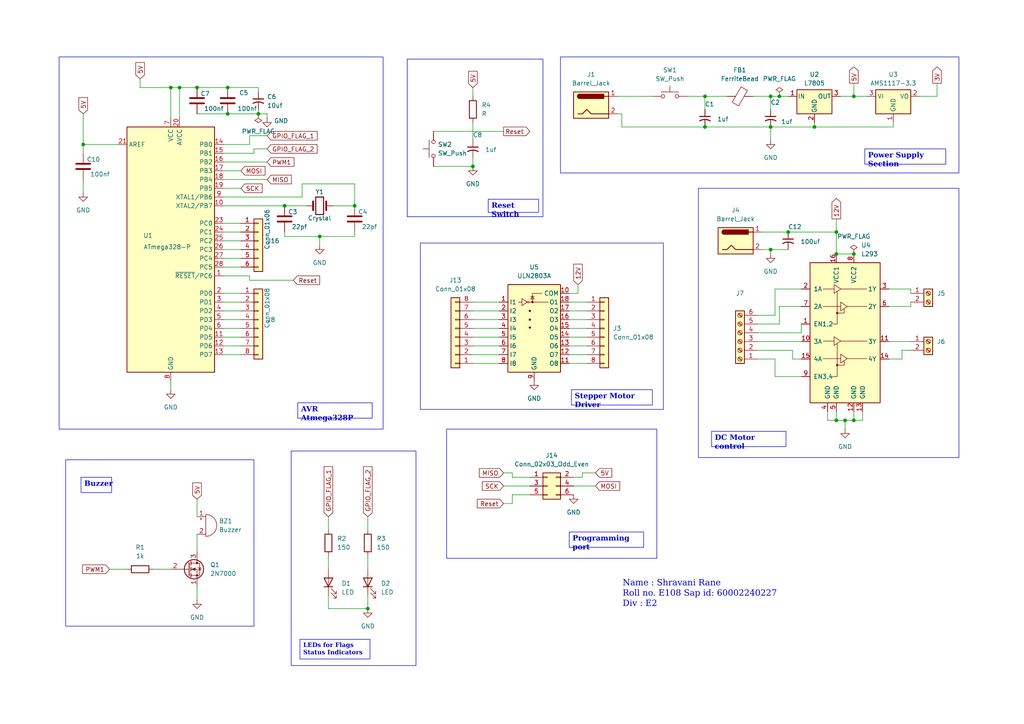
<source format=kicad_sch>
(kicad_sch (version 20250114) (generator "eeschema") (generator_version "9.0")
  (paper "A4")
  (title_block (title "Atmel AVR Atmega328 Minimum System Board") (date "2026-02-28"))
  (lib_symbols
    (symbol "Connector:Barrel_Jack" (pin_names (offset 1.016))
      (property "Reference" "J" (at 0 5.334 0))
      (property "Value" "Barrel_Jack" (at 0 -5.08 0))
      (symbol "Barrel_Jack_1_1"
        (pin passive line (at 7.62 2.54 180) (length 2.54) (name "~") (number "1"))
        (pin passive line (at 7.62 -2.54 180) (length 2.54) (name "~") (number "2"))
      )
    )
    (symbol "Connector:Screw_Terminal_01x02" (pin_names (offset 1.016) (hide yes))
      (property "Reference" "J" (at 0 2.54 0))
      (property "Value" "Screw_Terminal_01x02" (at 0 -5.08 0))
      (symbol "Screw_Terminal_01x02_1_1"
        (pin passive line (at -5.08 0 0) (length 3.81) (name "Pin_1") (number "1"))
        (pin passive line (at -5.08 -2.54 0) (length 3.81) (name "Pin_2") (number "2"))
      )
    )
    (symbol "Connector:Screw_Terminal_01x06" (pin_names (offset 1.016) (hide yes))
      (property "Reference" "J" (at 0 7.62 0))
      (property "Value" "Screw_Terminal_01x06" (at 0 -10.16 0))
      (symbol "Screw_Terminal_01x06_1_1"
        (pin passive line (at -5.08 5.08 0) (length 3.81) (name "Pin_1") (number "1"))
        (pin passive line (at -5.08 2.54 0) (length 3.81) (name "Pin_2") (number "2"))
        (pin passive line (at -5.08 0 0) (length 3.81) (name "Pin_3") (number "3"))
        (pin passive line (at -5.08 -2.54 0) (length 3.81) (name "Pin_4") (number "4"))
        (pin passive line (at -5.08 -5.08 0) (length 3.81) (name "Pin_5") (number "5"))
        (pin passive line (at -5.08 -7.62 0) (length 3.81) (name "Pin_6") (number "6"))
      )
    )
    (symbol "Connector_Generic:Conn_01x06" (pin_names (offset 1.016) (hide yes))
      (property "Reference" "J" (at 0 7.62 0))
      (property "Value" "Conn_01x06" (at 0 -10.16 0))
      (symbol "Conn_01x06_1_1"
        (pin passive line (at -5.08 5.08 0) (length 3.81) (name "Pin_1") (number "1"))
        (pin passive line (at -5.08 2.54 0) (length 3.81) (name "Pin_2") (number "2"))
        (pin passive line (at -5.08 0 0) (length 3.81) (name "Pin_3") (number "3"))
        (pin passive line (at -5.08 -2.54 0) (length 3.81) (name "Pin_4") (number "4"))
        (pin passive line (at -5.08 -5.08 0) (length 3.81) (name "Pin_5") (number "5"))
        (pin passive line (at -5.08 -7.62 0) (length 3.81) (name "Pin_6") (number "6"))
      )
    )
    (symbol "Connector_Generic:Conn_01x08" (pin_names (offset 1.016) (hide yes))
      (property "Reference" "J" (at 0 10.16 0))
      (property "Value" "Conn_01x08" (at 0 -12.7 0))
      (symbol "Conn_01x08_1_1"
        (pin passive line (at -5.08 7.62 0) (length 3.81) (name "Pin_1") (number "1"))
        (pin passive line (at -5.08 5.08 0) (length 3.81) (name "Pin_2") (number "2"))
        (pin passive line (at -5.08 2.54 0) (length 3.81) (name "Pin_3") (number "3"))
        (pin passive line (at -5.08 0 0) (length 3.81) (name "Pin_4") (number "4"))
        (pin passive line (at -5.08 -2.54 0) (length 3.81) (name "Pin_5") (number "5"))
        (pin passive line (at -5.08 -5.08 0) (length 3.81) (name "Pin_6") (number "6"))
        (pin passive line (at -5.08 -7.62 0) (length 3.81) (name "Pin_7") (number "7"))
        (pin passive line (at -5.08 -10.16 0) (length 3.81) (name "Pin_8") (number "8"))
      )
    )
    (symbol "Connector_Generic:Conn_02x03_Odd_Even" (pin_names (offset 1.016) (hide yes))
      (property "Reference" "J" (at 1.27 5.08 0))
      (property "Value" "Conn_02x03_Odd_Even" (at 1.27 -5.08 0))
      (symbol "Conn_02x03_Odd_Even_1_1"
        (pin passive line (at -5.08 2.54 0) (length 3.81) (name "Pin_1") (number "1"))
        (pin passive line (at -5.08 0 0) (length 3.81) (name "Pin_3") (number "3"))
        (pin passive line (at -5.08 -2.54 0) (length 3.81) (name "Pin_5") (number "5"))
        (pin passive line (at 7.62 2.54 180) (length 3.81) (name "Pin_2") (number "2"))
        (pin passive line (at 7.62 0 180) (length 3.81) (name "Pin_4") (number "4"))
        (pin passive line (at 7.62 -2.54 180) (length 3.81) (name "Pin_6") (number "6"))
      )
    )
    (symbol "Device:Buzzer" (pin_names (offset 0.0254) (hide yes))
      (property "Reference" "BZ" (at 3.81 1.27 0))
      (property "Value" "Buzzer" (at 3.81 -1.27 0))
      (symbol "Buzzer_1_1"
        (pin passive line (at -2.54 2.54 0) (length 2.54) (name "+") (number "1"))
        (pin passive line (at -2.54 -2.54 0) (length 2.54) (name "-") (number "2"))
      )
    )
    (symbol "Device:C" (pin_numbers (hide yes)) (pin_names (offset 0.254))
      (property "Reference" "C" (at 0.635 2.54 0))
      (property "Value" "C" (at 0.635 -2.54 0))
      (symbol "C_1_1"
        (pin passive line (at 0 3.81 270) (length 2.794) (name "~") (number "1"))
        (pin passive line (at 0 -3.81 90) (length 2.794) (name "~") (number "2"))
      )
    )
    (symbol "Device:C_Small_US" (pin_numbers (hide yes)) (pin_names (offset 0.254) (hide yes))
      (property "Reference" "C" (at 0.254 1.778 0))
      (property "Value" "C_Small_US" (at 0.254 -2.032 0))
      (symbol "C_Small_US_1_1"
        (pin passive line (at 0 2.54 270) (length 2.032) (name "~") (number "1"))
        (pin passive line (at 0 -2.54 90) (length 2.032) (name "~") (number "2"))
      )
    )
    (symbol "Device:Crystal" (pin_numbers (hide yes)) (pin_names (offset 1.016) (hide yes))
      (property "Reference" "Y" (at 0 3.81 0))
      (property "Value" "Crystal" (at 0 -3.81 0))
      (symbol "Crystal_1_1"
        (pin passive line (at -3.81 0 0) (length 1.27) (name "1") (number "1"))
        (pin passive line (at 3.81 0 180) (length 1.27) (name "2") (number "2"))
      )
    )
    (symbol "Device:FerriteBead" (pin_numbers (hide yes)) (pin_names (offset 0))
      (property "Reference" "FB" (at -3.81 0.635 90))
      (property "Value" "FerriteBead" (at 3.81 0 90))
      (symbol "FerriteBead_1_1"
        (pin passive line (at 0 3.81 270) (length 2.54) (name "~") (number "1"))
        (pin passive line (at 0 -3.81 90) (length 2.54) (name "~") (number "2"))
      )
    )
    (symbol "Device:LED" (pin_numbers (hide yes)) (pin_names (offset 1.016) (hide yes))
      (property "Reference" "D" (at 0 2.54 0))
      (property "Value" "LED" (at 0 -2.54 0))
      (symbol "LED_1_1"
        (pin passive line (at -3.81 0 0) (length 2.54) (name "K") (number "1"))
        (pin passive line (at 3.81 0 180) (length 2.54) (name "A") (number "2"))
      )
    )
    (symbol "Device:R" (pin_numbers (hide yes)) (pin_names (offset 0))
      (property "Reference" "R" (at 2.032 0 90))
      (property "Value" "R" (at 0 0 90))
      (symbol "R_1_1"
        (pin passive line (at 0 3.81 270) (length 1.27) (name "~") (number "1"))
        (pin passive line (at 0 -3.81 90) (length 1.27) (name "~") (number "2"))
      )
    )
    (symbol "Driver_Motor:L293" (pin_names (offset 1.016))
      (property "Reference" "U" (at -5.08 26.035 0))
      (property "Value" "L293" (at -5.08 24.13 0))
      (symbol "L293_1_1"
        (pin input line (at -12.7 15.24 0) (length 2.54) (name "1A") (number "2"))
        (pin input line (at -12.7 10.16 0) (length 2.54) (name "2A") (number "7"))
        (pin input line (at -12.7 5.08 0) (length 2.54) (name "EN1,2") (number "1"))
        (pin input line (at -12.7 0 0) (length 2.54) (name "3A") (number "10"))
        (pin input line (at -12.7 -5.08 0) (length 2.54) (name "4A") (number "15"))
        (pin input line (at -12.7 -10.16 0) (length 2.54) (name "EN3,4") (number "9"))
        (pin power_in line (at -5.08 -20.32 90) (length 2.54) (name "GND") (number "4"))
        (pin power_in line (at -2.54 25.4 270) (length 2.54) (name "VCC1") (number "16"))
        (pin power_in line (at -2.54 -20.32 90) (length 2.54) (name "GND") (number "5"))
        (pin power_in line (at 2.54 25.4 270) (length 2.54) (name "VCC2") (number "8"))
        (pin power_in line (at 2.54 -20.32 90) (length 2.54) (name "GND") (number "12"))
        (pin power_in line (at 5.08 -20.32 90) (length 2.54) (name "GND") (number "13"))
        (pin output line (at 12.7 15.24 180) (length 2.54) (name "1Y") (number "3"))
        (pin output line (at 12.7 10.16 180) (length 2.54) (name "2Y") (number "6"))
        (pin output line (at 12.7 0 180) (length 2.54) (name "3Y") (number "11"))
        (pin output line (at 12.7 -5.08 180) (length 2.54) (name "4Y") (number "14"))
      )
    )
    (symbol "MCU_Microchip_ATmega:ATmega328-P"
      (property "Reference" "U" (at -12.7 36.83 0))
      (property "Value" "ATmega328-P" (at 2.54 -36.83 0))
      (symbol "ATmega328-P_1_1"
        (pin passive line (at -15.24 30.48 0) (length 2.54) (name "AREF") (number "21"))
        (pin power_in line (at 0 38.1 270) (length 2.54) (name "VCC") (number "7"))
        (pin passive line (at 0 -38.1 90) (length 2.54) (hide yes) (name "GND") (number "22"))
        (pin power_in line (at 0 -38.1 90) (length 2.54) (name "GND") (number "8"))
        (pin power_in line (at 2.54 38.1 270) (length 2.54) (name "AVCC") (number "20"))
        (pin bidirectional line (at 15.24 30.48 180) (length 2.54) (name "PB0") (number "14"))
        (pin bidirectional line (at 15.24 27.94 180) (length 2.54) (name "PB1") (number "15"))
        (pin bidirectional line (at 15.24 25.4 180) (length 2.54) (name "PB2") (number "16"))
        (pin bidirectional line (at 15.24 22.86 180) (length 2.54) (name "PB3") (number "17"))
        (pin bidirectional line (at 15.24 20.32 180) (length 2.54) (name "PB4") (number "18"))
        (pin bidirectional line (at 15.24 17.78 180) (length 2.54) (name "PB5") (number "19"))
        (pin bidirectional line (at 15.24 15.24 180) (length 2.54) (name "XTAL1/PB6") (number "9"))
        (pin bidirectional line (at 15.24 12.7 180) (length 2.54) (name "XTAL2/PB7") (number "10"))
        (pin bidirectional line (at 15.24 7.62 180) (length 2.54) (name "PC0") (number "23"))
        (pin bidirectional line (at 15.24 5.08 180) (length 2.54) (name "PC1") (number "24"))
        (pin bidirectional line (at 15.24 2.54 180) (length 2.54) (name "PC2") (number "25"))
        (pin bidirectional line (at 15.24 0 180) (length 2.54) (name "PC3") (number "26"))
        (pin bidirectional line (at 15.24 -2.54 180) (length 2.54) (name "PC4") (number "27"))
        (pin bidirectional line (at 15.24 -5.08 180) (length 2.54) (name "PC5") (number "28"))
        (pin bidirectional line (at 15.24 -7.62 180) (length 2.54) (name "~{RESET}/PC6") (number "1"))
        (pin bidirectional line (at 15.24 -12.7 180) (length 2.54) (name "PD0") (number "2"))
        (pin bidirectional line (at 15.24 -15.24 180) (length 2.54) (name "PD1") (number "3"))
        (pin bidirectional line (at 15.24 -17.78 180) (length 2.54) (name "PD2") (number "4"))
        (pin bidirectional line (at 15.24 -20.32 180) (length 2.54) (name "PD3") (number "5"))
        (pin bidirectional line (at 15.24 -22.86 180) (length 2.54) (name "PD4") (number "6"))
        (pin bidirectional line (at 15.24 -25.4 180) (length 2.54) (name "PD5") (number "11"))
        (pin bidirectional line (at 15.24 -27.94 180) (length 2.54) (name "PD6") (number "12"))
        (pin bidirectional line (at 15.24 -30.48 180) (length 2.54) (name "PD7") (number "13"))
      )
    )
    (symbol "Regulator_Linear:AMS1117-3.3"
      (property "Reference" "U" (at -3.81 3.175 0))
      (property "Value" "AMS1117-3.3" (at 0 3.175 0))
      (symbol "AMS1117-3.3_1_1"
        (pin power_in line (at -7.62 0 0) (length 2.54) (name "VI") (number "3"))
        (pin power_in line (at 0 -7.62 90) (length 2.54) (name "GND") (number "1"))
        (pin power_out line (at 7.62 0 180) (length 2.54) (name "VO") (number "2"))
      )
    )
    (symbol "Regulator_Linear:L7805" (pin_names (offset 0.254))
      (property "Reference" "U" (at -3.81 3.175 0))
      (property "Value" "L7805" (at 0 3.175 0))
      (symbol "L7805_1_1"
        (pin power_in line (at -7.62 0 0) (length 2.54) (name "IN") (number "1"))
        (pin power_in line (at 0 -7.62 90) (length 2.54) (name "GND") (number "2"))
        (pin power_out line (at 7.62 0 180) (length 2.54) (name "OUT") (number "3"))
      )
    )
    (symbol "Switch:SW_Push" (pin_numbers (hide yes)) (pin_names (offset 1.016) (hide yes))
      (property "Reference" "SW" (at 1.27 2.54 0))
      (property "Value" "SW_Push" (at 0 -1.524 0))
      (symbol "SW_Push_0_1"
        (pin passive line (at -5.08 0 0) (length 2.54) (name "1") (number "1"))
        (pin passive line (at 5.08 0 180) (length 2.54) (name "2") (number "2"))
      )
    )
    (symbol "Transistor_Array:ULN2803A"
      (property "Reference" "U" (at 0 13.335 0))
      (property "Value" "ULN2803A" (at 0 11.43 0))
      (symbol "ULN2803A_1_1"
        (pin input line (at -10.16 5.08 0) (length 2.54) (name "I1") (number "1"))
        (pin input line (at -10.16 2.54 0) (length 2.54) (name "I2") (number "2"))
        (pin input line (at -10.16 0 0) (length 2.54) (name "I3") (number "3"))
        (pin input line (at -10.16 -2.54 0) (length 2.54) (name "I4") (number "4"))
        (pin input line (at -10.16 -5.08 0) (length 2.54) (name "I5") (number "5"))
        (pin input line (at -10.16 -7.62 0) (length 2.54) (name "I6") (number "6"))
        (pin input line (at -10.16 -10.16 0) (length 2.54) (name "I7") (number "7"))
        (pin input line (at -10.16 -12.7 0) (length 2.54) (name "I8") (number "8"))
        (pin power_in line (at 0 -17.78 90) (length 2.54) (name "GND") (number "9"))
        (pin passive line (at 10.16 7.62 180) (length 2.54) (name "COM") (number "10"))
        (pin open_collector line (at 10.16 5.08 180) (length 2.54) (name "O1") (number "18"))
        (pin open_collector line (at 10.16 2.54 180) (length 2.54) (name "O2") (number "17"))
        (pin open_collector line (at 10.16 0 180) (length 2.54) (name "O3") (number "16"))
        (pin open_collector line (at 10.16 -2.54 180) (length 2.54) (name "O4") (number "15"))
        (pin open_collector line (at 10.16 -5.08 180) (length 2.54) (name "O5") (number "14"))
        (pin open_collector line (at 10.16 -7.62 180) (length 2.54) (name "O6") (number "13"))
        (pin open_collector line (at 10.16 -10.16 180) (length 2.54) (name "O7") (number "12"))
        (pin open_collector line (at 10.16 -12.7 180) (length 2.54) (name "O8") (number "11"))
      )
    )
    (symbol "Transistor_FET:2N7000" (pin_names (hide yes))
      (property "Reference" "Q" (at 5.08 1.905 0))
      (property "Value" "2N7000" (at 5.08 0 0))
      (symbol "2N7000_1_1"
        (pin input line (at -5.08 0 0) (length 2.54) (name "G") (number "2"))
        (pin passive line (at 2.54 5.08 270) (length 2.54) (name "D") (number "3"))
        (pin passive line (at 2.54 -5.08 90) (length 2.54) (name "S") (number "1"))
      )
    )
    (symbol "power:GND" (power) (pin_numbers (hide yes)) (pin_names (offset 0) (hide yes))
      (property "Value" "GND" (at 0 -3.81 0))
      (symbol "GND_1_1"
        (pin power_in line (at 0 0 270) (length 0) (name "~") (number "1"))
      )
    )
    (symbol "power:PWR_FLAG" (power) (pin_numbers (hide yes)) (pin_names (offset 0) (hide yes))
      (property "Value" "PWR_FLAG" (at 0 3.81 0))
      (symbol "PWR_FLAG_0_0"
        (pin power_out line (at 0 0 90) (length 0) (name "~") (number "1"))
      )
    )
  )
  (rectangle (start 118.11 17.145) (end 157.48 62.865))
  (rectangle (start 19.05 133.35) (end 73.66 181.61))
  (rectangle (start 162.56 16.51) (end 278.13 50.165))
  (rectangle (start 129.54 124.46) (end 190.5 161.925))
  (rectangle (start 202.565 54.61) (end 278.13 132.715))
  (rectangle (start 17.145 16.51) (end 111.125 124.46))
  (rectangle (start 121.92 70.485) (end 192.405 118.745))
  (rectangle (start 84.455 130.81) (end 120.65 193.04))
  (text "Name : Shravani Rane\nRoll no. E108 Sap id: 60002240227\nDiv : E2\n" (at 180.594 172.72 0) (effects (font (size 1.778 1.778)) (justify left)))
  (text_box "Buzzer" (at 23.495 138.43 0) (size 8.89 4.445) (margins 0.9525 0.9525 0.9525 0.9525) (effects (font (size 1.524 1.524) (bold yes)) (justify left top)))
  (text_box "Programming port" (at 165.1 154.305 0) (size 21.59 4.445) (margins 0.9525 0.9525 0.9525 0.9525) (effects (font (size 1.524 1.524) (bold yes)) (justify left top)))
  (text_box "DC Motor control" (at 206.375 125.095 0) (size 21.59 4.445) (margins 0.9525 0.9525 0.9525 0.9525) (effects (font (size 1.524 1.524) (bold yes)) (justify left top)))
  (text_box "AVR Atmega328P\n" (at 86.36 116.84 0) (size 21.59 4.445) (margins 0.9525 0.9525 0.9525 0.9525) (effects (font (size 1.524 1.524) (bold yes)) (justify left top)))
  (text_box "Power Supply Section" (at 250.825 43.18 0) (size 23.495 4.445) (margins 0.9525 0.9525 0.9525 0.9525) (effects (font (size 1.524 1.524) (bold yes)) (justify left top)))
  (text_box "LEDs for Flags\nStatus Indicators\n" (at 86.995 185.42 0) (size 20.32 5.715) (margins 0.9525 0.9525 0.9525 0.9525) (effects (font (size 1.27 1.27) (thickness 0.254) (bold yes)) (justify left top)))
  (text_box "Reset Switch" (at 141.605 57.785 0) (size 14.605 3.81) (margins 0.9525 0.9525 0.9525 0.9525) (effects (font (size 1.524 1.524) (bold yes)) (justify left top)))
  (text_box "Stepper Motor Driver\n" (at 165.735 113.03 0) (size 23.495 4.445) (margins 0.9525 0.9525 0.9525 0.9525) (effects (font (size 1.524 1.524) (bold yes)) (justify left top)))
  (junction (at 57.15 25.4))
  (junction (at 92.71 68.58))
  (junction (at 204.47 27.94))
  (junction (at 74.93 33.02))
  (junction (at 137.16 48.26))
  (junction (at 236.22 36.83))
  (junction (at 223.52 27.94))
  (junction (at 223.52 72.39))
  (junction (at 102.87 59.69))
  (junction (at 106.68 176.53))
  (junction (at 223.52 36.83))
  (junction (at 82.55 59.69))
  (junction (at 52.07 25.4))
  (junction (at 49.53 25.4))
  (junction (at 242.57 73.66))
  (junction (at 247.65 73.66))
  (junction (at 245.11 121.92))
  (junction (at 242.57 121.92))
  (junction (at 247.65 27.94))
  (junction (at 204.47 36.83))
  (junction (at 242.57 67.31))
  (junction (at 228.6 67.31))
  (junction (at 226.06 27.94))
  (junction (at 247.65 121.92))
  (junction (at 66.04 25.4))
  (junction (at 24.13 41.91))
  (junction (at 66.04 33.02))
  (wire (pts (xy 64.77 95.25) (xy 69.85 95.25)))
  (wire (pts (xy 106.68 176.53) (xy 106.68 172.72)))
  (wire (pts (xy 180.34 33.02) (xy 180.34 36.83)))
  (wire (pts (xy 219.71 99.06) (xy 232.41 99.06)))
  (wire (pts (xy 73.66 44.45) (xy 73.66 43.18)))
  (wire (pts (xy 223.52 36.83) (xy 236.22 36.83)))
  (wire (pts (xy 74.93 33.02) (xy 77.47 33.02)))
  (wire (pts (xy 257.81 88.9) (xy 264.16 88.9)))
  (wire (pts (xy 146.05 137.16) (xy 148.59 137.16)))
  (wire (pts (xy 242.57 63.5) (xy 242.57 67.31)))
  (wire (pts (xy 64.77 74.93) (xy 69.85 74.93)))
  (wire (pts (xy 73.66 43.18) (xy 77.47 43.18)))
  (wire (pts (xy 242.57 73.66) (xy 247.65 73.66)))
  (wire (pts (xy 240.03 119.38) (xy 240.03 121.92)))
  (wire (pts (xy 137.16 87.63) (xy 144.78 87.63)))
  (wire (pts (xy 57.15 144.78) (xy 57.15 149.86)))
  (wire (pts (xy 57.15 170.18) (xy 57.15 173.99)))
  (wire (pts (xy 240.03 121.92) (xy 242.57 121.92)))
  (wire (pts (xy 219.71 93.98) (xy 226.06 93.98)))
  (wire (pts (xy 74.93 25.4) (xy 66.04 25.4)))
  (wire (pts (xy 247.65 27.94) (xy 251.46 27.94)))
  (wire (pts (xy 180.34 36.83) (xy 204.47 36.83)))
  (wire (pts (xy 64.77 92.71) (xy 69.85 92.71)))
  (wire (pts (xy 204.47 27.94) (xy 210.82 27.94)))
  (wire (pts (xy 247.65 119.38) (xy 247.65 121.92)))
  (wire (pts (xy 64.77 80.01) (xy 72.39 80.01)))
  (wire (pts (xy 223.52 72.39) (xy 228.6 72.39)))
  (wire (pts (xy 74.93 31.75) (xy 74.93 33.02)))
  (wire (pts (xy 148.59 146.05) (xy 148.59 143.51)))
  (wire (pts (xy 64.77 52.07) (xy 77.47 52.07)))
  (wire (pts (xy 106.68 149.86) (xy 106.68 153.67)))
  (wire (pts (xy 165.1 95.25) (xy 170.18 95.25)))
  (wire (pts (xy 218.44 27.94) (xy 223.52 27.94)))
  (wire (pts (xy 229.87 101.6) (xy 229.87 104.14)))
  (wire (pts (xy 146.05 140.97) (xy 153.67 140.97)))
  (wire (pts (xy 271.78 27.94) (xy 266.7 27.94)))
  (wire (pts (xy 204.47 27.94) (xy 204.47 31.75)))
  (wire (pts (xy 24.13 52.07) (xy 24.13 55.88)))
  (wire (pts (xy 137.16 90.17) (xy 144.78 90.17)))
  (wire (pts (xy 236.22 36.83) (xy 259.08 36.83)))
  (wire (pts (xy 232.41 96.52) (xy 219.71 96.52)))
  (wire (pts (xy 148.59 138.43) (xy 153.67 138.43)))
  (wire (pts (xy 95.25 161.29) (xy 95.25 165.1)))
  (wire (pts (xy 204.47 36.83) (xy 223.52 36.83)))
  (wire (pts (xy 236.22 35.56) (xy 236.22 36.83)))
  (wire (pts (xy 165.1 105.41) (xy 170.18 105.41)))
  (wire (pts (xy 137.16 105.41) (xy 144.78 105.41)))
  (wire (pts (xy 165.1 100.33) (xy 170.18 100.33)))
  (wire (pts (xy 64.77 85.09) (xy 69.85 85.09)))
  (wire (pts (xy 44.45 165.1) (xy 49.53 165.1)))
  (wire (pts (xy 224.79 91.44) (xy 224.79 83.82)))
  (wire (pts (xy 125.73 38.1) (xy 146.05 38.1)))
  (wire (pts (xy 57.15 33.02) (xy 66.04 33.02)))
  (wire (pts (xy 226.06 93.98) (xy 226.06 88.9)))
  (wire (pts (xy 64.77 46.99) (xy 77.47 46.99)))
  (wire (pts (xy 219.71 104.14) (xy 224.79 104.14)))
  (wire (pts (xy 271.78 24.13) (xy 271.78 27.94)))
  (wire (pts (xy 224.79 109.22) (xy 232.41 109.22)))
  (wire (pts (xy 77.47 33.02) (xy 77.47 34.29)))
  (wire (pts (xy 165.1 92.71) (xy 170.18 92.71)))
  (wire (pts (xy 72.39 81.28) (xy 85.09 81.28)))
  (wire (pts (xy 250.19 121.92) (xy 247.65 121.92)))
  (wire (pts (xy 49.53 25.4) (xy 49.53 34.29)))
  (wire (pts (xy 137.16 48.26) (xy 137.16 45.72)))
  (wire (pts (xy 148.59 143.51) (xy 153.67 143.51)))
  (wire (pts (xy 72.39 80.01) (xy 72.39 81.28)))
  (wire (pts (xy 264.16 88.9) (xy 264.16 87.63)))
  (wire (pts (xy 64.77 57.15) (xy 87.63 57.15)))
  (wire (pts (xy 52.07 25.4) (xy 49.53 25.4)))
  (wire (pts (xy 220.98 72.39) (xy 223.52 72.39)))
  (wire (pts (xy 228.6 67.31) (xy 242.57 67.31)))
  (wire (pts (xy 72.39 41.91) (xy 72.39 39.37)))
  (wire (pts (xy 165.1 87.63) (xy 170.18 87.63)))
  (wire (pts (xy 179.07 33.02) (xy 180.34 33.02)))
  (wire (pts (xy 148.59 137.16) (xy 148.59 138.43)))
  (wire (pts (xy 95.25 149.86) (xy 95.25 153.67)))
  (wire (pts (xy 137.16 102.87) (xy 144.78 102.87)))
  (wire (pts (xy 64.77 87.63) (xy 69.85 87.63)))
  (wire (pts (xy 224.79 104.14) (xy 224.79 109.22)))
  (wire (pts (xy 223.52 72.39) (xy 223.52 73.66)))
  (wire (pts (xy 64.77 54.61) (xy 69.85 54.61)))
  (wire (pts (xy 92.71 68.58) (xy 102.87 68.58)))
  (wire (pts (xy 64.77 49.53) (xy 69.85 49.53)))
  (wire (pts (xy 64.77 41.91) (xy 72.39 41.91)))
  (wire (pts (xy 57.15 154.94) (xy 57.15 160.02)))
  (wire (pts (xy 64.77 67.31) (xy 69.85 67.31)))
  (wire (pts (xy 137.16 97.79) (xy 144.78 97.79)))
  (wire (pts (xy 223.52 27.94) (xy 223.52 31.75)))
  (wire (pts (xy 34.29 41.91) (xy 24.13 41.91)))
  (wire (pts (xy 137.16 95.25) (xy 144.78 95.25)))
  (wire (pts (xy 64.77 69.85) (xy 69.85 69.85)))
  (wire (pts (xy 243.84 27.94) (xy 247.65 27.94)))
  (wire (pts (xy 219.71 91.44) (xy 224.79 91.44)))
  (wire (pts (xy 247.65 121.92) (xy 245.11 121.92)))
  (wire (pts (xy 52.07 25.4) (xy 52.07 34.29)))
  (wire (pts (xy 247.65 24.13) (xy 247.65 27.94)))
  (wire (pts (xy 257.81 83.82) (xy 264.16 83.82)))
  (wire (pts (xy 102.87 53.34) (xy 102.87 59.69)))
  (wire (pts (xy 165.1 90.17) (xy 170.18 90.17)))
  (wire (pts (xy 223.52 36.83) (xy 223.52 40.64)))
  (wire (pts (xy 232.41 93.98) (xy 232.41 96.52)))
  (wire (pts (xy 137.16 100.33) (xy 144.78 100.33)))
  (wire (pts (xy 137.16 35.56) (xy 137.16 40.64)))
  (wire (pts (xy 102.87 68.58) (xy 102.87 67.31)))
  (wire (pts (xy 64.77 77.47) (xy 69.85 77.47)))
  (wire (pts (xy 95.25 172.72) (xy 95.25 176.53)))
  (wire (pts (xy 242.57 67.31) (xy 242.57 73.66)))
  (wire (pts (xy 82.55 68.58) (xy 92.71 68.58)))
  (wire (pts (xy 242.57 121.92) (xy 242.57 119.38)))
  (wire (pts (xy 165.1 102.87) (xy 170.18 102.87)))
  (wire (pts (xy 64.77 102.87) (xy 69.85 102.87)))
  (wire (pts (xy 74.93 26.67) (xy 74.93 25.4)))
  (wire (pts (xy 74.93 33.02) (xy 66.04 33.02)))
  (wire (pts (xy 82.55 59.69) (xy 88.9 59.69)))
  (wire (pts (xy 137.16 25.4) (xy 137.16 27.94)))
  (wire (pts (xy 229.87 104.14) (xy 232.41 104.14)))
  (wire (pts (xy 245.11 121.92) (xy 245.11 124.46)))
  (wire (pts (xy 224.79 83.82) (xy 232.41 83.82)))
  (wire (pts (xy 166.37 138.43) (xy 168.91 138.43)))
  (wire (pts (xy 72.39 39.37) (xy 77.47 39.37)))
  (wire (pts (xy 82.55 67.31) (xy 82.55 68.58)))
  (wire (pts (xy 106.68 161.29) (xy 106.68 165.1)))
  (wire (pts (xy 264.16 83.82) (xy 264.16 85.09)))
  (wire (pts (xy 226.06 88.9) (xy 232.41 88.9)))
  (wire (pts (xy 165.1 85.09) (xy 167.64 85.09)))
  (wire (pts (xy 96.52 59.69) (xy 102.87 59.69)))
  (wire (pts (xy 167.64 85.09) (xy 167.64 82.55)))
  (wire (pts (xy 64.77 64.77) (xy 69.85 64.77)))
  (wire (pts (xy 87.63 57.15) (xy 87.63 53.34)))
  (wire (pts (xy 223.52 27.94) (xy 226.06 27.94)))
  (wire (pts (xy 95.25 176.53) (xy 106.68 176.53)))
  (wire (pts (xy 57.15 25.4) (xy 66.04 25.4)))
  (wire (pts (xy 64.77 97.79) (xy 69.85 97.79)))
  (wire (pts (xy 40.64 25.4) (xy 49.53 25.4)))
  (wire (pts (xy 166.37 140.97) (xy 172.72 140.97)))
  (wire (pts (xy 64.77 44.45) (xy 73.66 44.45)))
  (wire (pts (xy 92.71 68.58) (xy 92.71 71.12)))
  (wire (pts (xy 259.08 35.56) (xy 259.08 36.83)))
  (wire (pts (xy 40.64 22.86) (xy 40.64 25.4)))
  (wire (pts (xy 137.16 92.71) (xy 144.78 92.71)))
  (wire (pts (xy 220.98 67.31) (xy 228.6 67.31)))
  (wire (pts (xy 261.62 104.14) (xy 257.81 104.14)))
  (wire (pts (xy 64.77 100.33) (xy 69.85 100.33)))
  (wire (pts (xy 165.1 97.79) (xy 170.18 97.79)))
  (wire (pts (xy 125.73 48.26) (xy 137.16 48.26)))
  (wire (pts (xy 199.39 27.94) (xy 204.47 27.94)))
  (wire (pts (xy 226.06 27.94) (xy 228.6 27.94)))
  (wire (pts (xy 179.07 27.94) (xy 189.23 27.94)))
  (wire (pts (xy 31.75 165.1) (xy 36.83 165.1)))
  (wire (pts (xy 168.91 138.43) (xy 168.91 137.16)))
  (wire (pts (xy 64.77 90.17) (xy 69.85 90.17)))
  (wire (pts (xy 24.13 41.91) (xy 24.13 44.45)))
  (wire (pts (xy 168.91 137.16) (xy 172.72 137.16)))
  (wire (pts (xy 264.16 101.6) (xy 261.62 101.6)))
  (wire (pts (xy 24.13 33.02) (xy 24.13 41.91)))
  (wire (pts (xy 64.77 72.39) (xy 69.85 72.39)))
  (wire (pts (xy 49.53 110.49) (xy 49.53 113.03)))
  (wire (pts (xy 146.05 146.05) (xy 148.59 146.05)))
  (wire (pts (xy 52.07 25.4) (xy 57.15 25.4)))
  (wire (pts (xy 87.63 53.34) (xy 102.87 53.34)))
  (wire (pts (xy 64.77 59.69) (xy 82.55 59.69)))
  (wire (pts (xy 257.81 99.06) (xy 264.16 99.06)))
  (wire (pts (xy 250.19 119.38) (xy 250.19 121.92)))
  (wire (pts (xy 219.71 101.6) (xy 229.87 101.6)))
  (wire (pts (xy 261.62 101.6) (xy 261.62 104.14)))
  (wire (pts (xy 245.11 121.92) (xy 242.57 121.92)))
  (global_label "5V" (shape input) (at 57.15 144.78 90) (property "Intersheetrefs" "${INTERSHEET_REFS}" (effects (hide yes))))
  (global_label "PWM1" (shape input) (at 31.75 165.1 180) (property "Intersheetrefs" "${INTERSHEET_REFS}" (effects (hide yes))))
  (global_label "5V" (shape input) (at 24.13 33.02 90) (property "Intersheetrefs" "${INTERSHEET_REFS}" (effects (hide yes))))
  (global_label "GPIO_FLAG_1" (shape input) (at 95.25 149.86 90) (property "Intersheetrefs" "${INTERSHEET_REFS}" (effects (hide yes))))
  (global_label "MISO" (shape input) (at 146.05 137.16 180) (property "Intersheetrefs" "${INTERSHEET_REFS}" (effects (hide yes))))
  (global_label "GPIO_FLAG_1" (shape input) (at 77.47 39.37 0) (property "Intersheetrefs" "${INTERSHEET_REFS}" (effects (hide yes))))
  (global_label "5V" (shape input) (at 172.72 137.16 0) (property "Intersheetrefs" "${INTERSHEET_REFS}" (effects (hide yes))))
  (global_label "Reset" (shape input) (at 85.09 81.28 0) (property "Intersheetrefs" "${INTERSHEET_REFS}" (effects (hide yes))))
  (global_label "5V" (shape input) (at 40.64 22.86 90) (property "Intersheetrefs" "${INTERSHEET_REFS}" (effects (hide yes))))
  (global_label "MISO" (shape input) (at 77.47 52.07 0) (property "Intersheetrefs" "${INTERSHEET_REFS}" (effects (hide yes))))
  (global_label "12V" (shape output) (at 242.57 63.5 90) (property "Intersheetrefs" "${INTERSHEET_REFS}" (effects (hide yes))))
  (global_label "GPIO_FLAG_2" (shape input) (at 77.47 43.18 0) (property "Intersheetrefs" "${INTERSHEET_REFS}" (effects (hide yes))))
  (global_label "Reset" (shape input) (at 146.05 146.05 180) (property "Intersheetrefs" "${INTERSHEET_REFS}" (effects (hide yes))))
  (global_label "SCK" (shape input) (at 69.85 54.61 0) (property "Intersheetrefs" "${INTERSHEET_REFS}" (effects (hide yes))))
  (global_label "GPIO_FLAG_2" (shape input) (at 106.68 149.86 90) (property "Intersheetrefs" "${INTERSHEET_REFS}" (effects (hide yes))))
  (global_label "SCK" (shape input) (at 146.05 140.97 180) (property "Intersheetrefs" "${INTERSHEET_REFS}" (effects (hide yes))))
  (global_label "Reset" (shape output) (at 146.05 38.1 0) (property "Intersheetrefs" "${INTERSHEET_REFS}" (effects (hide yes))))
  (global_label "3V" (shape output) (at 271.78 24.13 90) (property "Intersheetrefs" "${INTERSHEET_REFS}" (effects (hide yes))))
  (global_label "MOSI" (shape input) (at 69.85 49.53 0) (property "Intersheetrefs" "${INTERSHEET_REFS}" (effects (hide yes))))
  (global_label "5V" (shape input) (at 137.16 25.4 90) (property "Intersheetrefs" "${INTERSHEET_REFS}" (effects (hide yes))))
  (global_label "12V" (shape input) (at 167.64 82.55 90) (property "Intersheetrefs" "${INTERSHEET_REFS}" (effects (hide yes))))
  (global_label "5V" (shape output) (at 247.65 24.13 90) (property "Intersheetrefs" "${INTERSHEET_REFS}" (effects (hide yes))))
  (global_label "PWM1" (shape input) (at 77.47 46.99 0) (property "Intersheetrefs" "${INTERSHEET_REFS}" (effects (hide yes))))
  (global_label "MOSI" (shape input) (at 172.72 140.97 0) (property "Intersheetrefs" "${INTERSHEET_REFS}" (effects (hide yes))))
  (symbol (lib_id "Connector_Generic:Conn_01x08") (at 175.26 95.25 0) (unit 1)
    (property "Reference" "J3" (at 177.8 95.2499 0) (effects (justify left)))
    (property "Value" "Conn_01x08" (at 177.8 97.7899 0) (effects (justify left)))
    (property "Footprint" "Connector_PinHeader_2.54mm:PinHeader_1x08_P2.54mm_Vertical" (effects (hide yes)))
    (property "Description" "Generic connector, single row, 01x08, script generated (kicad-library-utils/schlib/autogen/connector/)" (effects (hide yes)))
  )
  (symbol (lib_id "Device:R") (at 40.64 165.1 90) (unit 1)
    (property "Reference" "R1" (at 40.64 158.75 90))
    (property "Value" "1k" (at 40.64 161.29 90))
    (property "Footprint" "Resistor_SMD:R_0805_2012Metric" (effects (hide yes)))
    (property "Description" "Resistor" (effects (hide yes)))
  )
  (symbol (lib_id "Device:LED") (at 95.25 168.91 90) (unit 1)
    (property "Reference" "D1" (at 99.06 169.2274 90) (effects (justify right)))
    (property "Value" "LED" (at 99.06 171.7674 90) (effects (justify right)))
    (property "Footprint" "LED_THT:LED_D3.0mm_Clear" (effects (hide yes)))
    (property "Description" "Light emitting diode" (effects (hide yes)))
    (property "Sim.Pins" "1=K 2=A" (effects (hide yes)))
  )
  (symbol (lib_id "Connector:Barrel_Jack") (at 213.36 69.85 0) (unit 1)
    (property "Reference" "J4" (at 213.36 60.96 0))
    (property "Value" "Barrel_Jack" (at 213.36 63.5 0))
    (property "Footprint" "Connector_BarrelJack:BarrelJack_Horizontal" (effects (hide yes)))
    (property "Description" "DC Barrel Jack" (effects (hide yes)))
  )
  (symbol (lib_id "power:GND") (at 166.37 143.51 0) (unit 1)
    (property "Reference" "#PWR07" (effects (hide yes)))
    (property "Value" "GND" (at 166.37 148.59 0))
    (property "Description" "Power symbol creates a global label with name \"GND\" , ground" (effects (hide yes)))
  )
  (symbol (lib_id "Connector_Generic:Conn_01x08") (at 132.08 97.79 180) (unit 1)
    (property "Reference" "J13" (at 132.08 81.28 0))
    (property "Value" "Conn_01x08" (at 132.08 83.82 0))
    (property "Footprint" "Connector_PinHeader_2.54mm:PinHeader_1x08_P2.54mm_Vertical" (effects (hide yes)))
    (property "Description" "Generic connector, single row, 01x08, script generated (kicad-library-utils/schlib/autogen/connector/)" (effects (hide yes)))
  )
  (symbol (lib_id "Device:C_Small_US") (at 204.47 34.29 0) (unit 1)
    (property "Reference" "C1" (at 204.47 30.226 0) (effects (justify left)))
    (property "Value" "1uf" (at 208.026 34.544 0) (effects (justify left)))
    (property "Footprint" "Capacitor_THT:CP_Radial_D5.0mm_P2.50mm" (effects (hide yes)))
    (property "Description" "capacitor, small US symbol" (effects (hide yes)))
  )
  (symbol (lib_id "Device:C") (at 24.13 48.26 0) (unit 1)
    (property "Reference" "C10" (at 25.146 46.228 0) (effects (justify left)))
    (property "Value" "100nf" (at 26.162 50.546 0) (effects (justify left)))
    (property "Footprint" "Capacitor_SMD:C_1206_3216Metric" (effects (hide yes)))
    (property "Description" "Unpolarized capacitor" (effects (hide yes)))
  )
  (symbol (lib_id "power:GND") (at 49.53 113.03 0) (unit 1)
    (property "Reference" "#PWR04" (effects (hide yes)))
    (property "Value" "GND" (at 49.53 118.11 0))
    (property "Description" "Power symbol creates a global label with name \"GND\" , ground" (effects (hide yes)))
  )
  (symbol (lib_id "Device:Buzzer") (at 59.69 152.4 0) (unit 1)
    (property "Reference" "BZ1" (at 63.5 151.1299 0) (effects (justify left)))
    (property "Value" "Buzzer" (at 63.5 153.6699 0) (effects (justify left)))
    (property "Footprint" "Buzzer_Beeper:Buzzer_12x9.5RM7.6" (effects (hide yes)))
    (property "Description" "Buzzer, polarized" (effects (hide yes)))
  )
  (symbol (lib_id "Connector_Generic:Conn_01x06") (at 74.93 69.85 0) (unit 1)
    (property "Reference" "J16" (at 77.47 69.8499 0) (effects (justify left)))
    (property "Value" "Conn_01x06" (at 77.47 72.3899 90) (effects (justify left)))
    (property "Footprint" "Connector_PinHeader_2.54mm:PinHeader_1x06_P2.54mm_Vertical" (effects (hide yes)))
    (property "Description" "Generic connector, single row, 01x06, script generated (kicad-library-utils/schlib/autogen/connector/)" (effects (hide yes)))
  )
  (symbol (lib_id "power:GND") (at 92.71 71.12 0) (unit 1)
    (property "Reference" "#PWR03" (effects (hide yes)))
    (property "Value" "GND" (at 92.71 76.2 0))
    (property "Description" "Power symbol creates a global label with name \"GND\" , ground" (effects (hide yes)))
  )
  (symbol (lib_id "Device:R") (at 95.25 157.48 180) (unit 1)
    (property "Reference" "R2" (at 97.79 156.2099 0) (effects (justify right)))
    (property "Value" "150" (at 97.79 158.7499 0) (effects (justify right)))
    (property "Footprint" "Resistor_SMD:R_0805_2012Metric" (effects (hide yes)))
    (property "Description" "Resistor" (effects (hide yes)))
  )
  (symbol (lib_id "power:PWR_FLAG") (at 247.65 73.66 0) (unit 1)
    (property "Reference" "#FLG02" (effects (hide yes)))
    (property "Value" "PWR_FLAG" (at 247.65 68.58 0))
    (property "Description" "Special symbol for telling ERC where power comes from" (effects (hide yes)))
  )
  (symbol (lib_id "Device:C_Small_US") (at 228.6 69.85 0) (unit 1)
    (property "Reference" "C12" (at 228.6 65.786 0) (effects (justify left)))
    (property "Value" "100uf" (at 232.156 70.104 0) (effects (justify left)))
    (property "Footprint" "Capacitor_SMD:C_1206_3216Metric" (effects (hide yes)))
    (property "Description" "capacitor, small US symbol" (effects (hide yes)))
  )
  (symbol (lib_id "Transistor_Array:ULN2803A") (at 154.94 92.71 0) (unit 1)
    (property "Reference" "U5" (at 154.94 77.47 0))
    (property "Value" "ULN2803A" (at 154.94 80.01 0))
    (property "Footprint" "Package_DIP:DIP-20_W7.62mm" (effects (hide yes)))
    (property "Datasheet" "http://www.ti.com/lit/ds/symlink/uln2803a.pdf" (effects (hide yes)))
    (property "Description" "Darlington Transistor Arrays, SOIC18/DIP18" (effects (hide yes)))
  )
  (symbol (lib_id "power:GND") (at 77.47 34.29 0) (unit 1)
    (property "Reference" "#PWR01" (effects (hide yes)))
    (property "Value" "GND" (at 81.534 35.052 0))
    (property "Description" "Power symbol creates a global label with name \"GND\" , ground" (effects (hide yes)))
  )
  (symbol (lib_id "Device:C_Small_US") (at 137.16 43.18 0) (unit 1)
    (property "Reference" "C8" (at 137.16 39.116 0) (effects (justify left)))
    (property "Value" "1uf" (at 140.716 43.434 0) (effects (justify left)))
    (property "Footprint" "Capacitor_THT:CP_Radial_D5.0mm_P2.50mm" (effects (hide yes)))
    (property "Description" "capacitor, small US symbol" (effects (hide yes)))
  )
  (symbol (lib_id "Device:C") (at 57.15 29.21 0) (unit 1)
    (property "Reference" "C7" (at 58.166 27.178 0) (effects (justify left)))
    (property "Value" "100nf" (at 59.182 31.496 0) (effects (justify left)))
    (property "Footprint" "Capacitor_SMD:C_1206_3216Metric" (effects (hide yes)))
    (property "Description" "Unpolarized capacitor" (effects (hide yes)))
  )
  (symbol (lib_id "Transistor_FET:2N7000") (at 54.61 165.1 0) (unit 1)
    (property "Reference" "Q1" (at 60.96 163.8299 0) (effects (justify left)))
    (property "Value" "2N7000" (at 60.96 166.3699 0) (effects (justify left)))
    (property "Footprint" "Package_TO_SOT_THT:TO-92_Inline" (effects (hide yes)))
    (property "Datasheet" "https://www.vishay.com/docs/70226/70226.pdf" (effects (hide yes)))
    (property "Description" "0.2A Id, 200V Vds, N-Channel MOSFET, 2.6V Logic Level, TO-92" (effects (hide yes)))
  )
  (symbol (lib_id "Connector_Generic:Conn_01x08") (at 74.93 92.71 0) (unit 1)
    (property "Reference" "J8" (at 77.47 92.7099 0) (effects (justify left)))
    (property "Value" "Conn_01x08" (at 77.47 95.2499 90) (effects (justify left)))
    (property "Footprint" "Connector_PinHeader_2.54mm:PinHeader_1x08_P2.54mm_Vertical" (effects (hide yes)))
    (property "Description" "Generic connector, single row, 01x08, script generated (kicad-library-utils/schlib/autogen/connector/)" (effects (hide yes)))
  )
  (symbol (lib_id "Connector:Barrel_Jack") (at 171.45 30.48 0) (unit 1)
    (property "Reference" "J1" (at 171.45 21.59 0))
    (property "Value" "Barrel_Jack" (at 171.45 24.13 0))
    (property "Footprint" "Connector_BarrelJack:BarrelJack_Horizontal" (effects (hide yes)))
    (property "Description" "DC Barrel Jack" (effects (hide yes)))
  )
  (symbol (lib_id "Regulator_Linear:AMS1117-3.3") (at 259.08 27.94 0) (unit 1)
    (property "Reference" "U3" (at 259.08 21.59 0))
    (property "Value" "AMS1117-3.3" (at 259.08 24.13 0))
    (property "Footprint" "Package_TO_SOT_SMD:SOT-223-3_TabPin2" (effects (hide yes)))
    (property "Datasheet" "http://www.advanced-monolithic.com/pdf/ds1117.pdf" (effects (hide yes)))
    (property "Description" "1A Low Dropout regulator, positive, 3.3V fixed output, SOT-223" (effects (hide yes)))
  )
  (symbol (lib_id "Switch:SW_Push") (at 125.73 43.18 90) (unit 1)
    (property "Reference" "SW2" (at 127 41.9099 90) (effects (justify right)))
    (property "Value" "SW_Push" (at 127 44.4499 90) (effects (justify right)))
    (property "Footprint" "Button_Switch_THT:SW_PUSH_6mm_H5mm" (effects (hide yes)))
    (property "Description" "Push button switch, generic, two pins" (effects (hide yes)))
  )
  (symbol (lib_id "Regulator_Linear:L7805") (at 236.22 27.94 0) (unit 1)
    (property "Reference" "U2" (at 236.22 21.59 0))
    (property "Value" "L7805" (at 236.22 24.13 0))
    (property "Footprint" "Package_TO_SOT_THT:TO-247-3_Vertical" (effects (hide yes)))
    (property "Datasheet" "http://www.st.com/content/ccc/resource/technical/document/datasheet/41/4f/b3/b0/12/d4/47/88/CD00000444.pdf/files/CD00000444.pdf/jcr:content/translations/en.CD00000444.pdf" (effects (hide yes)))
    (property "Description" "Positive 1.5A 35V Linear Regulator, Fixed Output 5V, TO-220/TO-263/TO-252" (effects (hide yes)))
  )
  (symbol (lib_id "Device:Crystal") (at 92.71 59.69 0) (unit 1)
    (property "Reference" "Y1" (at 92.71 55.626 0))
    (property "Value" "Crystal" (at 92.71 63.246 0))
    (property "Footprint" "Crystal:Crystal_HC49-U_Horizontal" (effects (hide yes)))
    (property "Description" "Two pin crystal" (effects (hide yes)))
  )
  (symbol (lib_id "power:GND") (at 245.11 124.46 0) (unit 1)
    (property "Reference" "#PWR08" (effects (hide yes)))
    (property "Value" "GND" (at 245.11 129.54 0))
    (property "Description" "Power symbol creates a global label with name \"GND\" , ground" (effects (hide yes)))
  )
  (symbol (lib_id "Connector_Generic:Conn_02x03_Odd_Even") (at 158.75 140.97 0) (unit 1)
    (property "Reference" "J14" (at 160.02 132.08 0))
    (property "Value" "Conn_02x03_Odd_Even" (at 160.02 134.62 0))
    (property "Footprint" "Connector_PinHeader_2.54mm:PinHeader_2x03_P2.54mm_Vertical" (effects (hide yes)))
    (property "Description" "Generic connector, double row, 02x03, odd/even pin numbering scheme (row 1 odd numbers, row 2 even numbers), script generated (kicad-library-utils/schlib/autogen/connector/)" (effects (hide yes)))
  )
  (symbol (lib_id "power:GND") (at 57.15 173.99 0) (unit 1)
    (property "Reference" "#PWR06" (effects (hide yes)))
    (property "Value" "GND" (at 57.15 179.07 0))
    (property "Description" "Power symbol creates a global label with name \"GND\" , ground" (effects (hide yes)))
  )
  (symbol (lib_id "power:GND") (at 223.52 40.64 0) (unit 1)
    (property "Reference" "#PWR05" (effects (hide yes)))
    (property "Value" "GND" (at 223.52 45.72 0))
    (property "Description" "Power symbol creates a global label with name \"GND\" , ground" (effects (hide yes)))
  )
  (symbol (lib_id "Device:R") (at 137.16 31.75 180) (unit 1)
    (property "Reference" "R4" (at 139.7 30.4799 0) (effects (justify right)))
    (property "Value" "R" (at 139.7 33.0199 0) (effects (justify right)))
    (property "Footprint" "Resistor_SMD:R_0805_2012Metric" (effects (hide yes)))
    (property "Description" "Resistor" (effects (hide yes)))
  )
  (symbol (lib_id "Switch:SW_Push") (at 194.31 27.94 0) (unit 1)
    (property "Reference" "SW1" (at 194.31 20.32 0))
    (property "Value" "SW_Push" (at 194.31 22.86 0))
    (property "Footprint" "Button_Switch_THT:SW_PUSH_6mm_H5mm" (effects (hide yes)))
    (property "Description" "Push button switch, generic, two pins" (effects (hide yes)))
  )
  (symbol (lib_id "power:GND") (at 154.94 110.49 0) (unit 1)
    (property "Reference" "#PWR012" (effects (hide yes)))
    (property "Value" "GND" (at 154.94 115.57 0))
    (property "Description" "Power symbol creates a global label with name \"GND\" , ground" (effects (hide yes)))
  )
  (symbol (lib_id "power:GND") (at 223.52 73.66 0) (unit 1)
    (property "Reference" "#PWR09" (effects (hide yes)))
    (property "Value" "GND" (at 223.52 78.74 0))
    (property "Description" "Power symbol creates a global label with name \"GND\" , ground" (effects (hide yes)))
  )
  (symbol (lib_id "Device:FerriteBead") (at 214.63 27.94 90) (unit 1)
    (property "Reference" "FB1" (at 214.5792 20.32 90))
    (property "Value" "FerriteBead" (at 214.5792 22.86 90))
    (property "Footprint" "Ferrite_THT:LairdTech_28C0236-0JW-10" (effects (hide yes)))
    (property "Description" "Ferrite bead" (effects (hide yes)))
  )
  (symbol (lib_id "Device:R") (at 106.68 157.48 180) (unit 1)
    (property "Reference" "R3" (at 109.22 156.2099 0) (effects (justify right)))
    (property "Value" "150" (at 109.22 158.7499 0) (effects (justify right)))
    (property "Footprint" "Resistor_SMD:R_0805_2012Metric" (effects (hide yes)))
    (property "Description" "Resistor" (effects (hide yes)))
  )
  (symbol (lib_id "Driver_Motor:L293") (at 245.11 99.06 0) (unit 1)
    (property "Reference" "U4" (at 249.7933 71.12 0) (effects (justify left)))
    (property "Value" "L293" (at 249.7933 73.66 0) (effects (justify left)))
    (property "Footprint" "Package_DIP:DIP-16_W7.62mm" (effects (hide yes)))
    (property "Datasheet" "http://www.ti.com/lit/ds/symlink/l293.pdf" (effects (hide yes)))
    (property "Description" "Quadruple Half-H Drivers" (effects (hide yes)))
  )
  (symbol (lib_id "power:GND") (at 24.13 55.88 0) (unit 1)
    (property "Reference" "#PWR02" (effects (hide yes)))
    (property "Value" "GND" (at 24.13 60.96 0))
    (property "Description" "Power symbol creates a global label with name \"GND\" , ground" (effects (hide yes)))
  )
  (symbol (lib_id "Device:C_Small_US") (at 74.93 29.21 0) (unit 1)
    (property "Reference" "C6" (at 77.47 28.0669 0) (effects (justify left)))
    (property "Value" "10uf" (at 77.47 30.6069 0) (effects (justify left)))
    (property "Footprint" "Capacitor_THT:CP_Radial_D4.0mm_P2.00mm" (effects (hide yes)))
    (property "Description" "capacitor, small US symbol" (effects (hide yes)))
  )
  (symbol (lib_id "Connector:Screw_Terminal_01x02") (at 269.24 99.06 0) (unit 1)
    (property "Reference" "J6" (at 271.78 99.0599 0) (effects (justify left)))
    (property "Value" "Screw_Terminal_01x02" (effects (hide yes)))
    (property "Footprint" "TerminalBlock:TerminalBlock_Xinya_XY308-2.54-2P_1x02_P2.54mm_Horizontal" (effects (hide yes)))
    (property "Description" "Generic screw terminal, single row, 01x02, script generated (kicad-library-utils/schlib/autogen/connector/)" (effects (hide yes)))
  )
  (symbol (lib_id "Device:C_Small_US") (at 223.52 34.29 0) (unit 1)
    (property "Reference" "C2" (at 223.52 29.718 0) (effects (justify left)))
    (property "Value" "1uf" (at 226.568 35.306 0) (effects (justify left)))
    (property "Footprint" "Capacitor_THT:CP_Radial_D5.0mm_P2.50mm" (effects (hide yes)))
    (property "Description" "capacitor, small US symbol" (effects (hide yes)))
  )
  (symbol (lib_id "MCU_Microchip_ATmega:ATmega328-P") (at 49.53 72.39 0) (unit 1)
    (property "Reference" "U1" (at 42.926 68.326 0))
    (property "Value" "ATmega328-P" (at 48.514 71.628 0))
    (property "Footprint" "Package_DIP:DIP-28_W7.62mm" (effects (hide yes)))
    (property "Datasheet" "http://ww1.microchip.com/downloads/en/DeviceDoc/ATmega328_P%20AVR%20MCU%20with%20picoPower%20Technology%20Data%20Sheet%2040001984A.pdf" (effects (hide yes)))
    (property "Description" "20MHz, 32kB Flash, 2kB SRAM, 1kB EEPROM, DIP-28" (effects (hide yes)))
  )
  (symbol (lib_id "power:PWR_FLAG") (at 74.93 33.02 180) (unit 1)
    (property "Reference" "#FLG03" (effects (hide yes)))
    (property "Value" "PWR_FLAG" (at 74.93 38.1 0))
    (property "Description" "Special symbol for telling ERC where power comes from" (effects (hide yes)))
  )
  (symbol (lib_id "Device:C") (at 66.04 29.21 0) (unit 1)
    (property "Reference" "C5" (at 69.342 26.924 0) (effects (justify left)))
    (property "Value" "100nf" (at 68.834 31.496 0) (effects (justify left)))
    (property "Footprint" "Capacitor_SMD:C_1206_3216Metric" (effects (hide yes)))
    (property "Description" "Unpolarized capacitor" (effects (hide yes)))
  )
  (symbol (lib_id "Device:C") (at 82.55 63.5 0) (unit 1)
    (property "Reference" "C3" (at 83.566 61.468 0) (effects (justify left)))
    (property "Value" "22pf" (at 84.582 65.786 0) (effects (justify left)))
    (property "Footprint" "Capacitor_SMD:C_0805_2012Metric" (effects (hide yes)))
    (property "Description" "Unpolarized capacitor" (effects (hide yes)))
  )
  (symbol (lib_id "power:GND") (at 106.68 176.53 0) (unit 1)
    (property "Reference" "#PWR010" (effects (hide yes)))
    (property "Value" "GND" (at 106.68 181.61 0))
    (property "Description" "Power symbol creates a global label with name \"GND\" , ground" (effects (hide yes)))
  )
  (symbol (lib_id "Device:C") (at 102.87 63.5 0) (unit 1)
    (property "Reference" "C4" (at 103.886 61.468 0) (effects (justify left)))
    (property "Value" "22pf" (at 104.902 65.786 0) (effects (justify left)))
    (property "Footprint" "Capacitor_SMD:C_0805_2012Metric" (effects (hide yes)))
    (property "Description" "Unpolarized capacitor" (effects (hide yes)))
  )
  (symbol (lib_id "Connector:Screw_Terminal_01x02") (at 269.24 85.09 0) (unit 1)
    (property "Reference" "J5" (at 271.78 85.0899 0) (effects (justify left)))
    (property "Value" "Screw_Terminal_01x02" (effects (hide yes)))
    (property "Footprint" "TerminalBlock:TerminalBlock_Xinya_XY308-2.54-2P_1x02_P2.54mm_Horizontal" (effects (hide yes)))
    (property "Description" "Generic screw terminal, single row, 01x02, script generated (kicad-library-utils/schlib/autogen/connector/)" (effects (hide yes)))
  )
  (symbol (lib_id "Connector:Screw_Terminal_01x06") (at 214.63 99.06 180) (unit 1)
    (property "Reference" "J7" (at 214.63 85.09 0))
    (property "Value" "Screw_Terminal_01x06" (effects (hide yes)))
    (property "Footprint" "TerminalBlock:TerminalBlock_Xinya_XY308-2.54-6P_1x06_P2.54mm_Horizontal" (effects (hide yes)))
    (property "Description" "Generic screw terminal, single row, 01x06, script generated (kicad-library-utils/schlib/autogen/connector/)" (effects (hide yes)))
  )
  (symbol (lib_id "power:GND") (at 137.16 48.26 0) (unit 1)
    (property "Reference" "#PWR011" (effects (hide yes)))
    (property "Value" "GND" (at 137.16 53.34 0))
    (property "Description" "Power symbol creates a global label with name \"GND\" , ground" (effects (hide yes)))
  )
  (symbol (lib_id "Device:LED") (at 106.68 168.91 90) (unit 1)
    (property "Reference" "D2" (at 110.49 169.2274 90) (effects (justify right)))
    (property "Value" "LED" (at 110.49 171.7674 90) (effects (justify right)))
    (property "Footprint" "LED_THT:LED_D3.0mm_Clear" (effects (hide yes)))
    (property "Description" "Light emitting diode" (effects (hide yes)))
    (property "Sim.Pins" "1=K 2=A" (effects (hide yes)))
  )
  (symbol (lib_id "power:PWR_FLAG") (at 226.06 27.94 0) (unit 1)
    (property "Reference" "#FLG01" (effects (hide yes)))
    (property "Value" "PWR_FLAG" (at 226.06 22.86 0))
    (property "Description" "Special symbol for telling ERC where power comes from" (effects (hide yes)))
  )
)
</source>
